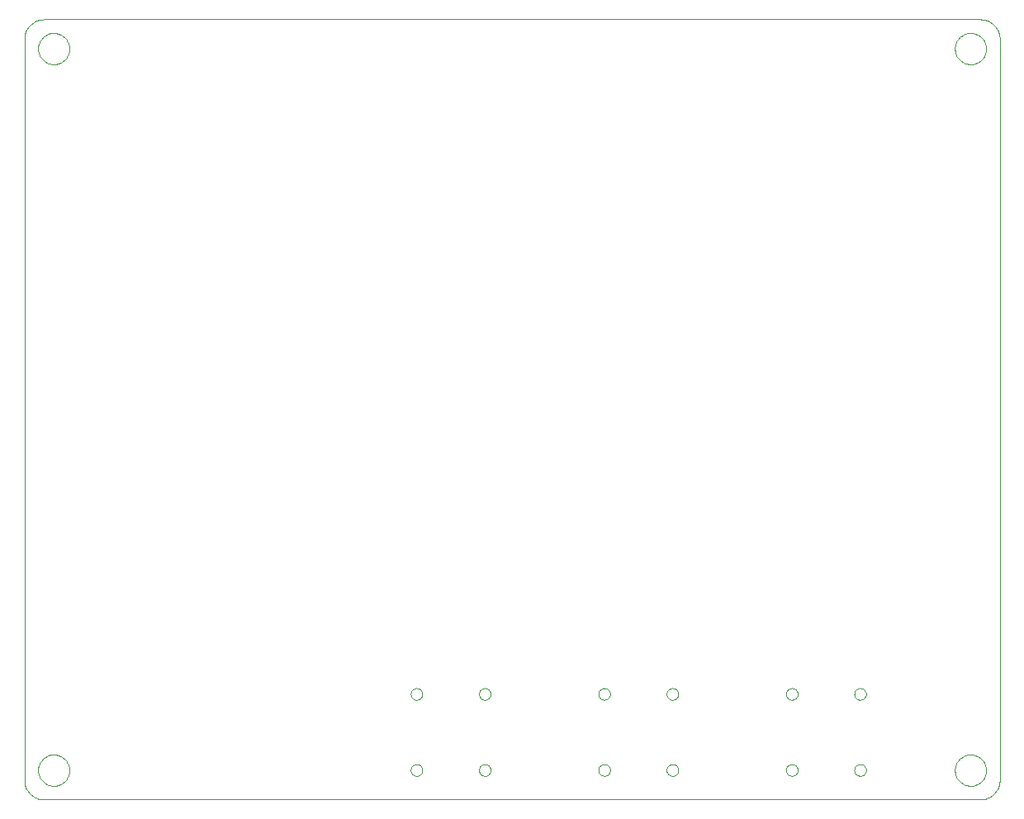
<source format=gbp>
G75*
G70*
%OFA0B0*%
%FSLAX24Y24*%
%IPPOS*%
%LPD*%
%AMOC8*
5,1,8,0,0,1.08239X$1,22.5*
%
%ADD10C,0.0000*%
D10*
X005277Y004117D02*
X043073Y004117D01*
X043127Y004119D01*
X043180Y004124D01*
X043233Y004133D01*
X043285Y004146D01*
X043337Y004162D01*
X043387Y004182D01*
X043435Y004205D01*
X043482Y004232D01*
X043527Y004261D01*
X043570Y004294D01*
X043610Y004329D01*
X043648Y004367D01*
X043683Y004407D01*
X043716Y004450D01*
X043745Y004495D01*
X043772Y004542D01*
X043795Y004590D01*
X043815Y004640D01*
X043831Y004692D01*
X043844Y004744D01*
X043853Y004797D01*
X043858Y004850D01*
X043860Y004904D01*
X043860Y034826D01*
X043858Y034880D01*
X043853Y034933D01*
X043844Y034986D01*
X043831Y035038D01*
X043815Y035090D01*
X043795Y035140D01*
X043772Y035188D01*
X043745Y035235D01*
X043716Y035280D01*
X043683Y035323D01*
X043648Y035363D01*
X043610Y035401D01*
X043570Y035436D01*
X043527Y035469D01*
X043482Y035498D01*
X043435Y035525D01*
X043387Y035548D01*
X043337Y035568D01*
X043285Y035584D01*
X043233Y035597D01*
X043180Y035606D01*
X043127Y035611D01*
X043073Y035613D01*
X005277Y035613D01*
X005223Y035611D01*
X005170Y035606D01*
X005117Y035597D01*
X005065Y035584D01*
X005013Y035568D01*
X004963Y035548D01*
X004915Y035525D01*
X004868Y035498D01*
X004823Y035469D01*
X004780Y035436D01*
X004740Y035401D01*
X004702Y035363D01*
X004667Y035323D01*
X004634Y035280D01*
X004605Y035235D01*
X004578Y035188D01*
X004555Y035140D01*
X004535Y035090D01*
X004519Y035038D01*
X004506Y034986D01*
X004497Y034933D01*
X004492Y034880D01*
X004490Y034826D01*
X004490Y004904D01*
X004492Y004850D01*
X004497Y004797D01*
X004506Y004744D01*
X004519Y004692D01*
X004535Y004640D01*
X004555Y004590D01*
X004578Y004542D01*
X004605Y004495D01*
X004634Y004450D01*
X004667Y004407D01*
X004702Y004367D01*
X004740Y004329D01*
X004780Y004294D01*
X004823Y004261D01*
X004868Y004232D01*
X004915Y004205D01*
X004963Y004182D01*
X005013Y004162D01*
X005065Y004146D01*
X005117Y004133D01*
X005170Y004124D01*
X005223Y004119D01*
X005277Y004117D01*
X005041Y005298D02*
X005043Y005348D01*
X005049Y005398D01*
X005059Y005447D01*
X005073Y005495D01*
X005090Y005542D01*
X005111Y005587D01*
X005136Y005631D01*
X005164Y005672D01*
X005196Y005711D01*
X005230Y005748D01*
X005267Y005782D01*
X005307Y005812D01*
X005349Y005839D01*
X005393Y005863D01*
X005439Y005884D01*
X005486Y005900D01*
X005534Y005913D01*
X005584Y005922D01*
X005633Y005927D01*
X005684Y005928D01*
X005734Y005925D01*
X005783Y005918D01*
X005832Y005907D01*
X005880Y005892D01*
X005926Y005874D01*
X005971Y005852D01*
X006014Y005826D01*
X006055Y005797D01*
X006094Y005765D01*
X006130Y005730D01*
X006162Y005692D01*
X006192Y005652D01*
X006219Y005609D01*
X006242Y005565D01*
X006261Y005519D01*
X006277Y005471D01*
X006289Y005422D01*
X006297Y005373D01*
X006301Y005323D01*
X006301Y005273D01*
X006297Y005223D01*
X006289Y005174D01*
X006277Y005125D01*
X006261Y005077D01*
X006242Y005031D01*
X006219Y004987D01*
X006192Y004944D01*
X006162Y004904D01*
X006130Y004866D01*
X006094Y004831D01*
X006055Y004799D01*
X006014Y004770D01*
X005971Y004744D01*
X005926Y004722D01*
X005880Y004704D01*
X005832Y004689D01*
X005783Y004678D01*
X005734Y004671D01*
X005684Y004668D01*
X005633Y004669D01*
X005584Y004674D01*
X005534Y004683D01*
X005486Y004696D01*
X005439Y004712D01*
X005393Y004733D01*
X005349Y004757D01*
X005307Y004784D01*
X005267Y004814D01*
X005230Y004848D01*
X005196Y004885D01*
X005164Y004924D01*
X005136Y004965D01*
X005111Y005009D01*
X005090Y005054D01*
X005073Y005101D01*
X005059Y005149D01*
X005049Y005198D01*
X005043Y005248D01*
X005041Y005298D01*
X020083Y005306D02*
X020085Y005336D01*
X020091Y005366D01*
X020100Y005395D01*
X020113Y005422D01*
X020130Y005447D01*
X020149Y005470D01*
X020172Y005491D01*
X020197Y005508D01*
X020223Y005522D01*
X020252Y005532D01*
X020281Y005539D01*
X020311Y005542D01*
X020342Y005541D01*
X020372Y005536D01*
X020401Y005527D01*
X020428Y005515D01*
X020454Y005500D01*
X020478Y005481D01*
X020499Y005459D01*
X020517Y005435D01*
X020532Y005408D01*
X020543Y005380D01*
X020551Y005351D01*
X020555Y005321D01*
X020555Y005291D01*
X020551Y005261D01*
X020543Y005232D01*
X020532Y005204D01*
X020517Y005177D01*
X020499Y005153D01*
X020478Y005131D01*
X020454Y005112D01*
X020428Y005097D01*
X020401Y005085D01*
X020372Y005076D01*
X020342Y005071D01*
X020311Y005070D01*
X020281Y005073D01*
X020252Y005080D01*
X020223Y005090D01*
X020197Y005104D01*
X020172Y005121D01*
X020149Y005142D01*
X020130Y005165D01*
X020113Y005190D01*
X020100Y005217D01*
X020091Y005246D01*
X020085Y005276D01*
X020083Y005306D01*
X022839Y005306D02*
X022841Y005336D01*
X022847Y005366D01*
X022856Y005395D01*
X022869Y005422D01*
X022886Y005447D01*
X022905Y005470D01*
X022928Y005491D01*
X022953Y005508D01*
X022979Y005522D01*
X023008Y005532D01*
X023037Y005539D01*
X023067Y005542D01*
X023098Y005541D01*
X023128Y005536D01*
X023157Y005527D01*
X023184Y005515D01*
X023210Y005500D01*
X023234Y005481D01*
X023255Y005459D01*
X023273Y005435D01*
X023288Y005408D01*
X023299Y005380D01*
X023307Y005351D01*
X023311Y005321D01*
X023311Y005291D01*
X023307Y005261D01*
X023299Y005232D01*
X023288Y005204D01*
X023273Y005177D01*
X023255Y005153D01*
X023234Y005131D01*
X023210Y005112D01*
X023184Y005097D01*
X023157Y005085D01*
X023128Y005076D01*
X023098Y005071D01*
X023067Y005070D01*
X023037Y005073D01*
X023008Y005080D01*
X022979Y005090D01*
X022953Y005104D01*
X022928Y005121D01*
X022905Y005142D01*
X022886Y005165D01*
X022869Y005190D01*
X022856Y005217D01*
X022847Y005246D01*
X022841Y005276D01*
X022839Y005306D01*
X022839Y008377D02*
X022841Y008407D01*
X022847Y008437D01*
X022856Y008466D01*
X022869Y008493D01*
X022886Y008518D01*
X022905Y008541D01*
X022928Y008562D01*
X022953Y008579D01*
X022979Y008593D01*
X023008Y008603D01*
X023037Y008610D01*
X023067Y008613D01*
X023098Y008612D01*
X023128Y008607D01*
X023157Y008598D01*
X023184Y008586D01*
X023210Y008571D01*
X023234Y008552D01*
X023255Y008530D01*
X023273Y008506D01*
X023288Y008479D01*
X023299Y008451D01*
X023307Y008422D01*
X023311Y008392D01*
X023311Y008362D01*
X023307Y008332D01*
X023299Y008303D01*
X023288Y008275D01*
X023273Y008248D01*
X023255Y008224D01*
X023234Y008202D01*
X023210Y008183D01*
X023184Y008168D01*
X023157Y008156D01*
X023128Y008147D01*
X023098Y008142D01*
X023067Y008141D01*
X023037Y008144D01*
X023008Y008151D01*
X022979Y008161D01*
X022953Y008175D01*
X022928Y008192D01*
X022905Y008213D01*
X022886Y008236D01*
X022869Y008261D01*
X022856Y008288D01*
X022847Y008317D01*
X022841Y008347D01*
X022839Y008377D01*
X020083Y008377D02*
X020085Y008407D01*
X020091Y008437D01*
X020100Y008466D01*
X020113Y008493D01*
X020130Y008518D01*
X020149Y008541D01*
X020172Y008562D01*
X020197Y008579D01*
X020223Y008593D01*
X020252Y008603D01*
X020281Y008610D01*
X020311Y008613D01*
X020342Y008612D01*
X020372Y008607D01*
X020401Y008598D01*
X020428Y008586D01*
X020454Y008571D01*
X020478Y008552D01*
X020499Y008530D01*
X020517Y008506D01*
X020532Y008479D01*
X020543Y008451D01*
X020551Y008422D01*
X020555Y008392D01*
X020555Y008362D01*
X020551Y008332D01*
X020543Y008303D01*
X020532Y008275D01*
X020517Y008248D01*
X020499Y008224D01*
X020478Y008202D01*
X020454Y008183D01*
X020428Y008168D01*
X020401Y008156D01*
X020372Y008147D01*
X020342Y008142D01*
X020311Y008141D01*
X020281Y008144D01*
X020252Y008151D01*
X020223Y008161D01*
X020197Y008175D01*
X020172Y008192D01*
X020149Y008213D01*
X020130Y008236D01*
X020113Y008261D01*
X020100Y008288D01*
X020091Y008317D01*
X020085Y008347D01*
X020083Y008377D01*
X027658Y008377D02*
X027660Y008407D01*
X027666Y008437D01*
X027675Y008466D01*
X027688Y008493D01*
X027705Y008518D01*
X027724Y008541D01*
X027747Y008562D01*
X027772Y008579D01*
X027798Y008593D01*
X027827Y008603D01*
X027856Y008610D01*
X027886Y008613D01*
X027917Y008612D01*
X027947Y008607D01*
X027976Y008598D01*
X028003Y008586D01*
X028029Y008571D01*
X028053Y008552D01*
X028074Y008530D01*
X028092Y008506D01*
X028107Y008479D01*
X028118Y008451D01*
X028126Y008422D01*
X028130Y008392D01*
X028130Y008362D01*
X028126Y008332D01*
X028118Y008303D01*
X028107Y008275D01*
X028092Y008248D01*
X028074Y008224D01*
X028053Y008202D01*
X028029Y008183D01*
X028003Y008168D01*
X027976Y008156D01*
X027947Y008147D01*
X027917Y008142D01*
X027886Y008141D01*
X027856Y008144D01*
X027827Y008151D01*
X027798Y008161D01*
X027772Y008175D01*
X027747Y008192D01*
X027724Y008213D01*
X027705Y008236D01*
X027688Y008261D01*
X027675Y008288D01*
X027666Y008317D01*
X027660Y008347D01*
X027658Y008377D01*
X030413Y008377D02*
X030415Y008407D01*
X030421Y008437D01*
X030430Y008466D01*
X030443Y008493D01*
X030460Y008518D01*
X030479Y008541D01*
X030502Y008562D01*
X030527Y008579D01*
X030553Y008593D01*
X030582Y008603D01*
X030611Y008610D01*
X030641Y008613D01*
X030672Y008612D01*
X030702Y008607D01*
X030731Y008598D01*
X030758Y008586D01*
X030784Y008571D01*
X030808Y008552D01*
X030829Y008530D01*
X030847Y008506D01*
X030862Y008479D01*
X030873Y008451D01*
X030881Y008422D01*
X030885Y008392D01*
X030885Y008362D01*
X030881Y008332D01*
X030873Y008303D01*
X030862Y008275D01*
X030847Y008248D01*
X030829Y008224D01*
X030808Y008202D01*
X030784Y008183D01*
X030758Y008168D01*
X030731Y008156D01*
X030702Y008147D01*
X030672Y008142D01*
X030641Y008141D01*
X030611Y008144D01*
X030582Y008151D01*
X030553Y008161D01*
X030527Y008175D01*
X030502Y008192D01*
X030479Y008213D01*
X030460Y008236D01*
X030443Y008261D01*
X030430Y008288D01*
X030421Y008317D01*
X030415Y008347D01*
X030413Y008377D01*
X030413Y005306D02*
X030415Y005336D01*
X030421Y005366D01*
X030430Y005395D01*
X030443Y005422D01*
X030460Y005447D01*
X030479Y005470D01*
X030502Y005491D01*
X030527Y005508D01*
X030553Y005522D01*
X030582Y005532D01*
X030611Y005539D01*
X030641Y005542D01*
X030672Y005541D01*
X030702Y005536D01*
X030731Y005527D01*
X030758Y005515D01*
X030784Y005500D01*
X030808Y005481D01*
X030829Y005459D01*
X030847Y005435D01*
X030862Y005408D01*
X030873Y005380D01*
X030881Y005351D01*
X030885Y005321D01*
X030885Y005291D01*
X030881Y005261D01*
X030873Y005232D01*
X030862Y005204D01*
X030847Y005177D01*
X030829Y005153D01*
X030808Y005131D01*
X030784Y005112D01*
X030758Y005097D01*
X030731Y005085D01*
X030702Y005076D01*
X030672Y005071D01*
X030641Y005070D01*
X030611Y005073D01*
X030582Y005080D01*
X030553Y005090D01*
X030527Y005104D01*
X030502Y005121D01*
X030479Y005142D01*
X030460Y005165D01*
X030443Y005190D01*
X030430Y005217D01*
X030421Y005246D01*
X030415Y005276D01*
X030413Y005306D01*
X027658Y005306D02*
X027660Y005336D01*
X027666Y005366D01*
X027675Y005395D01*
X027688Y005422D01*
X027705Y005447D01*
X027724Y005470D01*
X027747Y005491D01*
X027772Y005508D01*
X027798Y005522D01*
X027827Y005532D01*
X027856Y005539D01*
X027886Y005542D01*
X027917Y005541D01*
X027947Y005536D01*
X027976Y005527D01*
X028003Y005515D01*
X028029Y005500D01*
X028053Y005481D01*
X028074Y005459D01*
X028092Y005435D01*
X028107Y005408D01*
X028118Y005380D01*
X028126Y005351D01*
X028130Y005321D01*
X028130Y005291D01*
X028126Y005261D01*
X028118Y005232D01*
X028107Y005204D01*
X028092Y005177D01*
X028074Y005153D01*
X028053Y005131D01*
X028029Y005112D01*
X028003Y005097D01*
X027976Y005085D01*
X027947Y005076D01*
X027917Y005071D01*
X027886Y005070D01*
X027856Y005073D01*
X027827Y005080D01*
X027798Y005090D01*
X027772Y005104D01*
X027747Y005121D01*
X027724Y005142D01*
X027705Y005165D01*
X027688Y005190D01*
X027675Y005217D01*
X027666Y005246D01*
X027660Y005276D01*
X027658Y005306D01*
X035232Y005306D02*
X035234Y005336D01*
X035240Y005366D01*
X035249Y005395D01*
X035262Y005422D01*
X035279Y005447D01*
X035298Y005470D01*
X035321Y005491D01*
X035346Y005508D01*
X035372Y005522D01*
X035401Y005532D01*
X035430Y005539D01*
X035460Y005542D01*
X035491Y005541D01*
X035521Y005536D01*
X035550Y005527D01*
X035577Y005515D01*
X035603Y005500D01*
X035627Y005481D01*
X035648Y005459D01*
X035666Y005435D01*
X035681Y005408D01*
X035692Y005380D01*
X035700Y005351D01*
X035704Y005321D01*
X035704Y005291D01*
X035700Y005261D01*
X035692Y005232D01*
X035681Y005204D01*
X035666Y005177D01*
X035648Y005153D01*
X035627Y005131D01*
X035603Y005112D01*
X035577Y005097D01*
X035550Y005085D01*
X035521Y005076D01*
X035491Y005071D01*
X035460Y005070D01*
X035430Y005073D01*
X035401Y005080D01*
X035372Y005090D01*
X035346Y005104D01*
X035321Y005121D01*
X035298Y005142D01*
X035279Y005165D01*
X035262Y005190D01*
X035249Y005217D01*
X035240Y005246D01*
X035234Y005276D01*
X035232Y005306D01*
X037988Y005306D02*
X037990Y005336D01*
X037996Y005366D01*
X038005Y005395D01*
X038018Y005422D01*
X038035Y005447D01*
X038054Y005470D01*
X038077Y005491D01*
X038102Y005508D01*
X038128Y005522D01*
X038157Y005532D01*
X038186Y005539D01*
X038216Y005542D01*
X038247Y005541D01*
X038277Y005536D01*
X038306Y005527D01*
X038333Y005515D01*
X038359Y005500D01*
X038383Y005481D01*
X038404Y005459D01*
X038422Y005435D01*
X038437Y005408D01*
X038448Y005380D01*
X038456Y005351D01*
X038460Y005321D01*
X038460Y005291D01*
X038456Y005261D01*
X038448Y005232D01*
X038437Y005204D01*
X038422Y005177D01*
X038404Y005153D01*
X038383Y005131D01*
X038359Y005112D01*
X038333Y005097D01*
X038306Y005085D01*
X038277Y005076D01*
X038247Y005071D01*
X038216Y005070D01*
X038186Y005073D01*
X038157Y005080D01*
X038128Y005090D01*
X038102Y005104D01*
X038077Y005121D01*
X038054Y005142D01*
X038035Y005165D01*
X038018Y005190D01*
X038005Y005217D01*
X037996Y005246D01*
X037990Y005276D01*
X037988Y005306D01*
X037988Y008377D02*
X037990Y008407D01*
X037996Y008437D01*
X038005Y008466D01*
X038018Y008493D01*
X038035Y008518D01*
X038054Y008541D01*
X038077Y008562D01*
X038102Y008579D01*
X038128Y008593D01*
X038157Y008603D01*
X038186Y008610D01*
X038216Y008613D01*
X038247Y008612D01*
X038277Y008607D01*
X038306Y008598D01*
X038333Y008586D01*
X038359Y008571D01*
X038383Y008552D01*
X038404Y008530D01*
X038422Y008506D01*
X038437Y008479D01*
X038448Y008451D01*
X038456Y008422D01*
X038460Y008392D01*
X038460Y008362D01*
X038456Y008332D01*
X038448Y008303D01*
X038437Y008275D01*
X038422Y008248D01*
X038404Y008224D01*
X038383Y008202D01*
X038359Y008183D01*
X038333Y008168D01*
X038306Y008156D01*
X038277Y008147D01*
X038247Y008142D01*
X038216Y008141D01*
X038186Y008144D01*
X038157Y008151D01*
X038128Y008161D01*
X038102Y008175D01*
X038077Y008192D01*
X038054Y008213D01*
X038035Y008236D01*
X038018Y008261D01*
X038005Y008288D01*
X037996Y008317D01*
X037990Y008347D01*
X037988Y008377D01*
X035232Y008377D02*
X035234Y008407D01*
X035240Y008437D01*
X035249Y008466D01*
X035262Y008493D01*
X035279Y008518D01*
X035298Y008541D01*
X035321Y008562D01*
X035346Y008579D01*
X035372Y008593D01*
X035401Y008603D01*
X035430Y008610D01*
X035460Y008613D01*
X035491Y008612D01*
X035521Y008607D01*
X035550Y008598D01*
X035577Y008586D01*
X035603Y008571D01*
X035627Y008552D01*
X035648Y008530D01*
X035666Y008506D01*
X035681Y008479D01*
X035692Y008451D01*
X035700Y008422D01*
X035704Y008392D01*
X035704Y008362D01*
X035700Y008332D01*
X035692Y008303D01*
X035681Y008275D01*
X035666Y008248D01*
X035648Y008224D01*
X035627Y008202D01*
X035603Y008183D01*
X035577Y008168D01*
X035550Y008156D01*
X035521Y008147D01*
X035491Y008142D01*
X035460Y008141D01*
X035430Y008144D01*
X035401Y008151D01*
X035372Y008161D01*
X035346Y008175D01*
X035321Y008192D01*
X035298Y008213D01*
X035279Y008236D01*
X035262Y008261D01*
X035249Y008288D01*
X035240Y008317D01*
X035234Y008347D01*
X035232Y008377D01*
X042049Y005298D02*
X042051Y005348D01*
X042057Y005398D01*
X042067Y005447D01*
X042081Y005495D01*
X042098Y005542D01*
X042119Y005587D01*
X042144Y005631D01*
X042172Y005672D01*
X042204Y005711D01*
X042238Y005748D01*
X042275Y005782D01*
X042315Y005812D01*
X042357Y005839D01*
X042401Y005863D01*
X042447Y005884D01*
X042494Y005900D01*
X042542Y005913D01*
X042592Y005922D01*
X042641Y005927D01*
X042692Y005928D01*
X042742Y005925D01*
X042791Y005918D01*
X042840Y005907D01*
X042888Y005892D01*
X042934Y005874D01*
X042979Y005852D01*
X043022Y005826D01*
X043063Y005797D01*
X043102Y005765D01*
X043138Y005730D01*
X043170Y005692D01*
X043200Y005652D01*
X043227Y005609D01*
X043250Y005565D01*
X043269Y005519D01*
X043285Y005471D01*
X043297Y005422D01*
X043305Y005373D01*
X043309Y005323D01*
X043309Y005273D01*
X043305Y005223D01*
X043297Y005174D01*
X043285Y005125D01*
X043269Y005077D01*
X043250Y005031D01*
X043227Y004987D01*
X043200Y004944D01*
X043170Y004904D01*
X043138Y004866D01*
X043102Y004831D01*
X043063Y004799D01*
X043022Y004770D01*
X042979Y004744D01*
X042934Y004722D01*
X042888Y004704D01*
X042840Y004689D01*
X042791Y004678D01*
X042742Y004671D01*
X042692Y004668D01*
X042641Y004669D01*
X042592Y004674D01*
X042542Y004683D01*
X042494Y004696D01*
X042447Y004712D01*
X042401Y004733D01*
X042357Y004757D01*
X042315Y004784D01*
X042275Y004814D01*
X042238Y004848D01*
X042204Y004885D01*
X042172Y004924D01*
X042144Y004965D01*
X042119Y005009D01*
X042098Y005054D01*
X042081Y005101D01*
X042067Y005149D01*
X042057Y005198D01*
X042051Y005248D01*
X042049Y005298D01*
X042049Y034432D02*
X042051Y034482D01*
X042057Y034532D01*
X042067Y034581D01*
X042081Y034629D01*
X042098Y034676D01*
X042119Y034721D01*
X042144Y034765D01*
X042172Y034806D01*
X042204Y034845D01*
X042238Y034882D01*
X042275Y034916D01*
X042315Y034946D01*
X042357Y034973D01*
X042401Y034997D01*
X042447Y035018D01*
X042494Y035034D01*
X042542Y035047D01*
X042592Y035056D01*
X042641Y035061D01*
X042692Y035062D01*
X042742Y035059D01*
X042791Y035052D01*
X042840Y035041D01*
X042888Y035026D01*
X042934Y035008D01*
X042979Y034986D01*
X043022Y034960D01*
X043063Y034931D01*
X043102Y034899D01*
X043138Y034864D01*
X043170Y034826D01*
X043200Y034786D01*
X043227Y034743D01*
X043250Y034699D01*
X043269Y034653D01*
X043285Y034605D01*
X043297Y034556D01*
X043305Y034507D01*
X043309Y034457D01*
X043309Y034407D01*
X043305Y034357D01*
X043297Y034308D01*
X043285Y034259D01*
X043269Y034211D01*
X043250Y034165D01*
X043227Y034121D01*
X043200Y034078D01*
X043170Y034038D01*
X043138Y034000D01*
X043102Y033965D01*
X043063Y033933D01*
X043022Y033904D01*
X042979Y033878D01*
X042934Y033856D01*
X042888Y033838D01*
X042840Y033823D01*
X042791Y033812D01*
X042742Y033805D01*
X042692Y033802D01*
X042641Y033803D01*
X042592Y033808D01*
X042542Y033817D01*
X042494Y033830D01*
X042447Y033846D01*
X042401Y033867D01*
X042357Y033891D01*
X042315Y033918D01*
X042275Y033948D01*
X042238Y033982D01*
X042204Y034019D01*
X042172Y034058D01*
X042144Y034099D01*
X042119Y034143D01*
X042098Y034188D01*
X042081Y034235D01*
X042067Y034283D01*
X042057Y034332D01*
X042051Y034382D01*
X042049Y034432D01*
X005041Y034432D02*
X005043Y034482D01*
X005049Y034532D01*
X005059Y034581D01*
X005073Y034629D01*
X005090Y034676D01*
X005111Y034721D01*
X005136Y034765D01*
X005164Y034806D01*
X005196Y034845D01*
X005230Y034882D01*
X005267Y034916D01*
X005307Y034946D01*
X005349Y034973D01*
X005393Y034997D01*
X005439Y035018D01*
X005486Y035034D01*
X005534Y035047D01*
X005584Y035056D01*
X005633Y035061D01*
X005684Y035062D01*
X005734Y035059D01*
X005783Y035052D01*
X005832Y035041D01*
X005880Y035026D01*
X005926Y035008D01*
X005971Y034986D01*
X006014Y034960D01*
X006055Y034931D01*
X006094Y034899D01*
X006130Y034864D01*
X006162Y034826D01*
X006192Y034786D01*
X006219Y034743D01*
X006242Y034699D01*
X006261Y034653D01*
X006277Y034605D01*
X006289Y034556D01*
X006297Y034507D01*
X006301Y034457D01*
X006301Y034407D01*
X006297Y034357D01*
X006289Y034308D01*
X006277Y034259D01*
X006261Y034211D01*
X006242Y034165D01*
X006219Y034121D01*
X006192Y034078D01*
X006162Y034038D01*
X006130Y034000D01*
X006094Y033965D01*
X006055Y033933D01*
X006014Y033904D01*
X005971Y033878D01*
X005926Y033856D01*
X005880Y033838D01*
X005832Y033823D01*
X005783Y033812D01*
X005734Y033805D01*
X005684Y033802D01*
X005633Y033803D01*
X005584Y033808D01*
X005534Y033817D01*
X005486Y033830D01*
X005439Y033846D01*
X005393Y033867D01*
X005349Y033891D01*
X005307Y033918D01*
X005267Y033948D01*
X005230Y033982D01*
X005196Y034019D01*
X005164Y034058D01*
X005136Y034099D01*
X005111Y034143D01*
X005090Y034188D01*
X005073Y034235D01*
X005059Y034283D01*
X005049Y034332D01*
X005043Y034382D01*
X005041Y034432D01*
M02*

</source>
